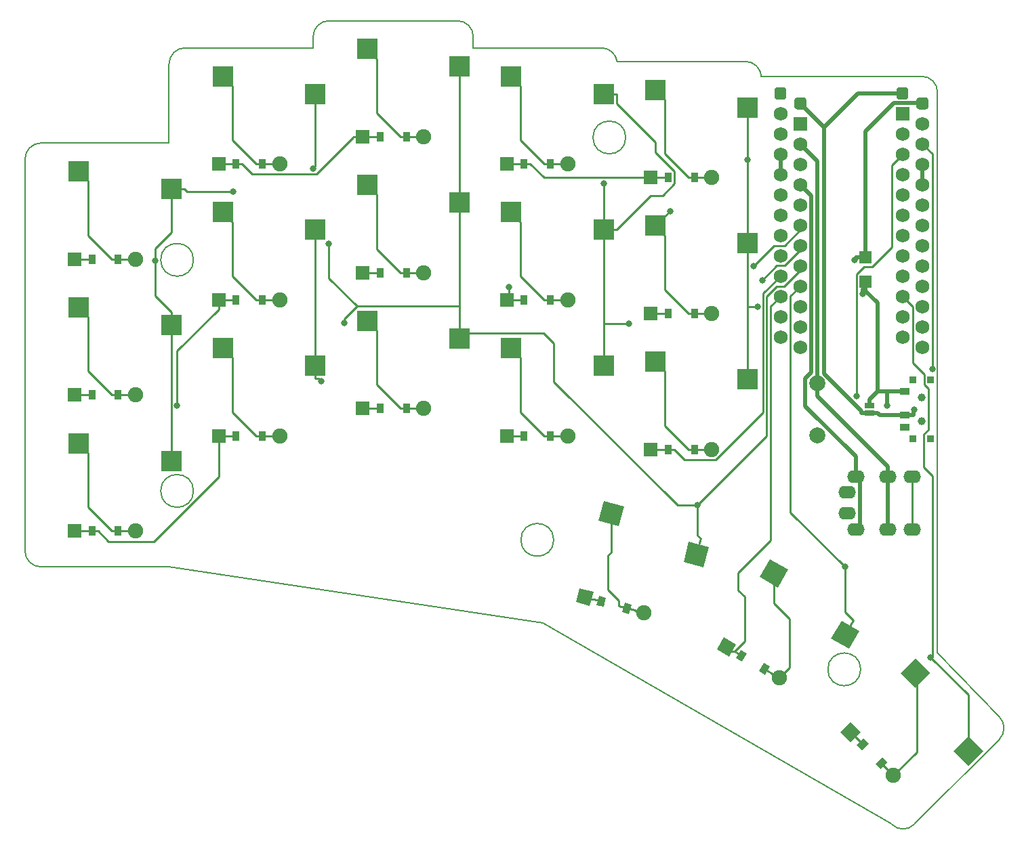
<source format=gbr>
G04 #@! TF.GenerationSoftware,KiCad,Pcbnew,5.1.5+dfsg1-2build2*
G04 #@! TF.CreationDate,2021-11-13T16:54:46+00:00*
G04 #@! TF.ProjectId,board,626f6172-642e-46b6-9963-61645f706362,VERSION_HERE*
G04 #@! TF.SameCoordinates,Original*
G04 #@! TF.FileFunction,Copper,L2,Bot*
G04 #@! TF.FilePolarity,Positive*
%FSLAX46Y46*%
G04 Gerber Fmt 4.6, Leading zero omitted, Abs format (unit mm)*
G04 Created by KiCad (PCBNEW 5.1.5+dfsg1-2build2) date 2021-11-13 16:54:46*
%MOMM*%
%LPD*%
G04 APERTURE LIST*
G04 #@! TA.AperFunction,Profile*
%ADD10C,0.150000*%
G04 #@! TD*
G04 #@! TA.AperFunction,SMDPad,CuDef*
%ADD11R,2.600000X2.600000*%
G04 #@! TD*
G04 #@! TA.AperFunction,SMDPad,CuDef*
%ADD12R,0.900000X1.200000*%
G04 #@! TD*
G04 #@! TA.AperFunction,ComponentPad*
%ADD13C,1.905000*%
G04 #@! TD*
G04 #@! TA.AperFunction,ComponentPad*
%ADD14R,1.778000X1.778000*%
G04 #@! TD*
G04 #@! TA.AperFunction,SMDPad,CuDef*
%ADD15C,0.350000*%
G04 #@! TD*
G04 #@! TA.AperFunction,ComponentPad*
%ADD16C,0.350000*%
G04 #@! TD*
G04 #@! TA.AperFunction,ComponentPad*
%ADD17R,1.752600X1.752600*%
G04 #@! TD*
G04 #@! TA.AperFunction,ComponentPad*
%ADD18C,1.752600*%
G04 #@! TD*
G04 #@! TA.AperFunction,SMDPad,CuDef*
%ADD19R,1.500000X1.500000*%
G04 #@! TD*
G04 #@! TA.AperFunction,ComponentPad*
%ADD20O,2.200000X1.600000*%
G04 #@! TD*
G04 #@! TA.AperFunction,SMDPad,CuDef*
%ADD21R,1.143000X0.635000*%
G04 #@! TD*
G04 #@! TA.AperFunction,WasherPad*
%ADD22C,1.000000*%
G04 #@! TD*
G04 #@! TA.AperFunction,SMDPad,CuDef*
%ADD23R,1.250000X0.900000*%
G04 #@! TD*
G04 #@! TA.AperFunction,SMDPad,CuDef*
%ADD24R,0.900000X0.900000*%
G04 #@! TD*
G04 #@! TA.AperFunction,ComponentPad*
%ADD25C,2.000000*%
G04 #@! TD*
G04 #@! TA.AperFunction,ViaPad*
%ADD26C,0.800000*%
G04 #@! TD*
G04 #@! TA.AperFunction,Conductor*
%ADD27C,0.250000*%
G04 #@! TD*
G04 #@! TA.AperFunction,Conductor*
%ADD28C,0.500000*%
G04 #@! TD*
G04 APERTURE END LIST*
D10*
X10000000Y-9500000D02*
X26000000Y-9500000D01*
X8000000Y-7500000D02*
X8000000Y41500000D01*
X10000000Y-9500000D02*
G75*
G02X8000000Y-7500000I0J2000000D01*
G01*
X26000000Y43500000D02*
X10000000Y43500000D01*
X8000000Y41500000D02*
G75*
G02X10000000Y43500000I2000000J0D01*
G01*
X44000000Y55400000D02*
X28000000Y55400000D01*
X26000000Y53400000D02*
G75*
G02X28000000Y55400000I2000000J0D01*
G01*
X26000000Y53400000D02*
X26000000Y43500000D01*
X64000000Y55400000D02*
X64000000Y56800000D01*
X62000000Y58800000D02*
G75*
G02X64000000Y56800000I0J-2000000D01*
G01*
X62000000Y58800000D02*
X46000000Y58800000D01*
X44000000Y56800000D02*
G75*
G02X46000000Y58800000I2000000J0D01*
G01*
X44000000Y56800000D02*
X44000000Y55400000D01*
X80000000Y55400000D02*
G75*
G02X81977391Y53699872I0J-2000000D01*
G01*
X80000000Y55400000D02*
X64000000Y55400000D01*
X98000000Y53700000D02*
G75*
G02X99994367Y51850000I0J-2000000D01*
G01*
X98000000Y53700000D02*
X82000000Y53700000D01*
X81977391Y53699872D02*
G75*
G02X82000000Y53700000I22609J-1999872D01*
G01*
X119117258Y-41686664D02*
G75*
G02X116288831Y-41686665I-1414214J1414213D01*
G01*
X119117258Y-41686665D02*
X129723860Y-31080063D01*
X129723859Y-28251636D02*
G75*
G02X129723860Y-31080063I-1414213J-1414214D01*
G01*
X122000000Y-20208734D02*
X129723860Y-28251636D01*
X116288831Y-41686665D02*
X72707107Y-16524745D01*
X72707107Y-16524745D02*
X26000000Y-9500000D01*
X122000000Y-20208734D02*
X122000000Y49850000D01*
X120000000Y51850000D02*
G75*
G02X122000000Y49850000I0J-2000000D01*
G01*
X120000000Y51850000D02*
X99994367Y51850000D01*
X29050000Y28900000D02*
G75*
G03X29050000Y28900000I-2050000J0D01*
G01*
X29050000Y0D02*
G75*
G03X29050000Y0I-2050000J0D01*
G01*
X83050000Y44200000D02*
G75*
G03X83050000Y44200000I-2050000J0D01*
G01*
X74050000Y-6120000D02*
G75*
G03X74050000Y-6120000I-2050000J0D01*
G01*
X112399134Y-22311939D02*
G75*
G03X112399134Y-22311939I-2050000J0D01*
G01*
D11*
G04 #@! TO.P,S1,1*
G04 #@! TO.N,pinky_bottom*
X14725000Y5950000D03*
G04 #@! TO.P,S1,2*
G04 #@! TO.N,P20*
X26275000Y3750000D03*
G04 #@! TD*
D12*
G04 #@! TO.P,D1,2*
G04 #@! TO.N,pinky_bottom*
X19650000Y-5000000D03*
G04 #@! TO.P,D1,1*
G04 #@! TO.N,P6*
X16350000Y-5000000D03*
D13*
G04 #@! TO.N,pinky_bottom*
X21810000Y-5000000D03*
D14*
G04 #@! TO.P,D1,2*
G04 #@! TO.N,P6*
X14190000Y-5000000D03*
G04 #@! TD*
D11*
G04 #@! TO.P,S2,1*
G04 #@! TO.N,pinky_home*
X14725000Y22950000D03*
G04 #@! TO.P,S2,2*
G04 #@! TO.N,P20*
X26275000Y20750000D03*
G04 #@! TD*
D12*
G04 #@! TO.P,D2,2*
G04 #@! TO.N,pinky_home*
X19650000Y12000000D03*
G04 #@! TO.P,D2,1*
G04 #@! TO.N,P5*
X16350000Y12000000D03*
D13*
G04 #@! TO.N,pinky_home*
X21810000Y12000000D03*
D14*
G04 #@! TO.P,D2,2*
G04 #@! TO.N,P5*
X14190000Y12000000D03*
G04 #@! TD*
D11*
G04 #@! TO.P,S3,1*
G04 #@! TO.N,pinky_top*
X14725000Y39950000D03*
G04 #@! TO.P,S3,2*
G04 #@! TO.N,P20*
X26275000Y37750000D03*
G04 #@! TD*
D12*
G04 #@! TO.P,D3,2*
G04 #@! TO.N,pinky_top*
X19650000Y29000000D03*
G04 #@! TO.P,D3,1*
G04 #@! TO.N,P4*
X16350000Y29000000D03*
D13*
G04 #@! TO.N,pinky_top*
X21810000Y29000000D03*
D14*
G04 #@! TO.P,D3,2*
G04 #@! TO.N,P4*
X14190000Y29000000D03*
G04 #@! TD*
D11*
G04 #@! TO.P,S4,1*
G04 #@! TO.N,ring_bottom*
X32725000Y17850000D03*
G04 #@! TO.P,S4,2*
G04 #@! TO.N,P19*
X44275000Y15650000D03*
G04 #@! TD*
D12*
G04 #@! TO.P,D4,2*
G04 #@! TO.N,ring_bottom*
X37650000Y6900000D03*
G04 #@! TO.P,D4,1*
G04 #@! TO.N,P6*
X34350000Y6900000D03*
D13*
G04 #@! TO.N,ring_bottom*
X39810000Y6900000D03*
D14*
G04 #@! TO.P,D4,2*
G04 #@! TO.N,P6*
X32190000Y6900000D03*
G04 #@! TD*
D11*
G04 #@! TO.P,S5,1*
G04 #@! TO.N,ring_home*
X32725000Y34850000D03*
G04 #@! TO.P,S5,2*
G04 #@! TO.N,P19*
X44275000Y32650000D03*
G04 #@! TD*
D12*
G04 #@! TO.P,D5,2*
G04 #@! TO.N,ring_home*
X37650000Y23900000D03*
G04 #@! TO.P,D5,1*
G04 #@! TO.N,P5*
X34350000Y23900000D03*
D13*
G04 #@! TO.N,ring_home*
X39810000Y23900000D03*
D14*
G04 #@! TO.P,D5,2*
G04 #@! TO.N,P5*
X32190000Y23900000D03*
G04 #@! TD*
D11*
G04 #@! TO.P,S6,1*
G04 #@! TO.N,ring_top*
X32725000Y51850000D03*
G04 #@! TO.P,S6,2*
G04 #@! TO.N,P19*
X44275000Y49650000D03*
G04 #@! TD*
D12*
G04 #@! TO.P,D6,2*
G04 #@! TO.N,ring_top*
X37650000Y40900000D03*
G04 #@! TO.P,D6,1*
G04 #@! TO.N,P4*
X34350000Y40900000D03*
D13*
G04 #@! TO.N,ring_top*
X39810000Y40900000D03*
D14*
G04 #@! TO.P,D6,2*
G04 #@! TO.N,P4*
X32190000Y40900000D03*
G04 #@! TD*
D11*
G04 #@! TO.P,S7,1*
G04 #@! TO.N,middle_bottom*
X50725000Y21250000D03*
G04 #@! TO.P,S7,2*
G04 #@! TO.N,P18*
X62275000Y19050000D03*
G04 #@! TD*
D12*
G04 #@! TO.P,D7,2*
G04 #@! TO.N,middle_bottom*
X55650000Y10300000D03*
G04 #@! TO.P,D7,1*
G04 #@! TO.N,P6*
X52350000Y10300000D03*
D13*
G04 #@! TO.N,middle_bottom*
X57810000Y10300000D03*
D14*
G04 #@! TO.P,D7,2*
G04 #@! TO.N,P6*
X50190000Y10300000D03*
G04 #@! TD*
D11*
G04 #@! TO.P,S8,1*
G04 #@! TO.N,middle_home*
X50725000Y38250000D03*
G04 #@! TO.P,S8,2*
G04 #@! TO.N,P18*
X62275000Y36050000D03*
G04 #@! TD*
D12*
G04 #@! TO.P,D8,2*
G04 #@! TO.N,middle_home*
X55650000Y27300000D03*
G04 #@! TO.P,D8,1*
G04 #@! TO.N,P5*
X52350000Y27300000D03*
D13*
G04 #@! TO.N,middle_home*
X57810000Y27300000D03*
D14*
G04 #@! TO.P,D8,2*
G04 #@! TO.N,P5*
X50190000Y27300000D03*
G04 #@! TD*
D11*
G04 #@! TO.P,S9,1*
G04 #@! TO.N,middle_top*
X50725000Y55250000D03*
G04 #@! TO.P,S9,2*
G04 #@! TO.N,P18*
X62275000Y53050000D03*
G04 #@! TD*
D12*
G04 #@! TO.P,D9,2*
G04 #@! TO.N,middle_top*
X55650000Y44300000D03*
G04 #@! TO.P,D9,1*
G04 #@! TO.N,P4*
X52350000Y44300000D03*
D13*
G04 #@! TO.N,middle_top*
X57810000Y44300000D03*
D14*
G04 #@! TO.P,D9,2*
G04 #@! TO.N,P4*
X50190000Y44300000D03*
G04 #@! TD*
D11*
G04 #@! TO.P,S10,1*
G04 #@! TO.N,index_bottom*
X68725000Y17850000D03*
G04 #@! TO.P,S10,2*
G04 #@! TO.N,P15*
X80275000Y15650000D03*
G04 #@! TD*
D12*
G04 #@! TO.P,D10,2*
G04 #@! TO.N,index_bottom*
X73650000Y6900000D03*
G04 #@! TO.P,D10,1*
G04 #@! TO.N,P6*
X70350000Y6900000D03*
D13*
G04 #@! TO.N,index_bottom*
X75810000Y6900000D03*
D14*
G04 #@! TO.P,D10,2*
G04 #@! TO.N,P6*
X68190000Y6900000D03*
G04 #@! TD*
D11*
G04 #@! TO.P,S11,1*
G04 #@! TO.N,index_home*
X68725000Y34850000D03*
G04 #@! TO.P,S11,2*
G04 #@! TO.N,P15*
X80275000Y32650000D03*
G04 #@! TD*
D12*
G04 #@! TO.P,D11,2*
G04 #@! TO.N,index_home*
X73650000Y23900000D03*
G04 #@! TO.P,D11,1*
G04 #@! TO.N,P5*
X70350000Y23900000D03*
D13*
G04 #@! TO.N,index_home*
X75810000Y23900000D03*
D14*
G04 #@! TO.P,D11,2*
G04 #@! TO.N,P5*
X68190000Y23900000D03*
G04 #@! TD*
D11*
G04 #@! TO.P,S12,1*
G04 #@! TO.N,index_top*
X68725000Y51850000D03*
G04 #@! TO.P,S12,2*
G04 #@! TO.N,P15*
X80275000Y49650000D03*
G04 #@! TD*
D12*
G04 #@! TO.P,D12,2*
G04 #@! TO.N,index_top*
X73650000Y40900000D03*
G04 #@! TO.P,D12,1*
G04 #@! TO.N,P4*
X70350000Y40900000D03*
D13*
G04 #@! TO.N,index_top*
X75810000Y40900000D03*
D14*
G04 #@! TO.P,D12,2*
G04 #@! TO.N,P4*
X68190000Y40900000D03*
G04 #@! TD*
D11*
G04 #@! TO.P,S13,1*
G04 #@! TO.N,inner_bottom*
X86725000Y16150000D03*
G04 #@! TO.P,S13,2*
G04 #@! TO.N,P14*
X98275000Y13950000D03*
G04 #@! TD*
D12*
G04 #@! TO.P,D13,2*
G04 #@! TO.N,inner_bottom*
X91650000Y5200000D03*
G04 #@! TO.P,D13,1*
G04 #@! TO.N,P6*
X88350000Y5200000D03*
D13*
G04 #@! TO.N,inner_bottom*
X93810000Y5200000D03*
D14*
G04 #@! TO.P,D13,2*
G04 #@! TO.N,P6*
X86190000Y5200000D03*
G04 #@! TD*
D11*
G04 #@! TO.P,S14,1*
G04 #@! TO.N,inner_home*
X86725000Y33150000D03*
G04 #@! TO.P,S14,2*
G04 #@! TO.N,P14*
X98275000Y30950000D03*
G04 #@! TD*
D12*
G04 #@! TO.P,D14,2*
G04 #@! TO.N,inner_home*
X91650000Y22200000D03*
G04 #@! TO.P,D14,1*
G04 #@! TO.N,P5*
X88350000Y22200000D03*
D13*
G04 #@! TO.N,inner_home*
X93810000Y22200000D03*
D14*
G04 #@! TO.P,D14,2*
G04 #@! TO.N,P5*
X86190000Y22200000D03*
G04 #@! TD*
D11*
G04 #@! TO.P,S15,1*
G04 #@! TO.N,inner_top*
X86725000Y50150000D03*
G04 #@! TO.P,S15,2*
G04 #@! TO.N,P14*
X98275000Y47950000D03*
G04 #@! TD*
D12*
G04 #@! TO.P,D15,2*
G04 #@! TO.N,inner_top*
X91650000Y39200000D03*
G04 #@! TO.P,D15,1*
G04 #@! TO.N,P4*
X88350000Y39200000D03*
D13*
G04 #@! TO.N,inner_top*
X93810000Y39200000D03*
D14*
G04 #@! TO.P,D15,2*
G04 #@! TO.N,P4*
X86190000Y39200000D03*
G04 #@! TD*
G04 #@! TA.AperFunction,SMDPad,CuDef*
D15*
G04 #@! TO.P,S16,1*
G04 #@! TO.N,near_thumb*
G36*
X79677698Y-3743348D02*
G01*
X80350627Y-1231941D01*
X82862034Y-1904870D01*
X82189105Y-4416277D01*
X79677698Y-3743348D01*
G37*
G04 #@! TD.AperFunction*
G04 #@! TA.AperFunction,SMDPad,CuDef*
G04 #@! TO.P,S16,2*
G04 #@! TO.N,P18*
G36*
X90264740Y-8857745D02*
G01*
X90937669Y-6346338D01*
X93449076Y-7019267D01*
X92776147Y-9530674D01*
X90264740Y-8857745D01*
G37*
G04 #@! TD.AperFunction*
G04 #@! TD*
G04 #@! TA.AperFunction,SMDPad,CuDef*
G04 #@! TO.P,D16,2*
G04 #@! TO.N,near_thumb*
G36*
X82603020Y-15138737D02*
G01*
X82913603Y-13979626D01*
X83782936Y-14212563D01*
X83472353Y-15371674D01*
X82603020Y-15138737D01*
G37*
G04 #@! TD.AperFunction*
G04 #@! TA.AperFunction,SMDPad,CuDef*
G04 #@! TO.P,D16,1*
G04 #@! TO.N,P7*
G36*
X79415464Y-14284637D02*
G01*
X79726047Y-13125526D01*
X80595380Y-13358463D01*
X80284797Y-14517574D01*
X79415464Y-14284637D01*
G37*
G04 #@! TD.AperFunction*
D13*
G04 #@! TO.N,near_thumb*
X85279377Y-15234702D03*
G04 #@! TA.AperFunction,ComponentPad*
D16*
G04 #@! TO.P,D16,2*
G04 #@! TO.N,P7*
G36*
X76830225Y-13891116D02*
G01*
X77290405Y-12173700D01*
X79007821Y-12633880D01*
X78547641Y-14351296D01*
X76830225Y-13891116D01*
G37*
G04 #@! TD.AperFunction*
G04 #@! TD*
G04 #@! TA.AperFunction,SMDPad,CuDef*
D15*
G04 #@! TO.P,S17,1*
G04 #@! TO.N,home_thumb*
G36*
X99793934Y-10782982D02*
G01*
X101093934Y-8531316D01*
X103345600Y-9831316D01*
X102045600Y-12082982D01*
X99793934Y-10782982D01*
G37*
G04 #@! TD.AperFunction*
G04 #@! TA.AperFunction,SMDPad,CuDef*
G04 #@! TO.P,S17,2*
G04 #@! TO.N,P15*
G36*
X108696527Y-18463238D02*
G01*
X109996527Y-16211572D01*
X112248193Y-17511572D01*
X110948193Y-19763238D01*
X108696527Y-18463238D01*
G37*
G04 #@! TD.AperFunction*
G04 #@! TD*
G04 #@! TA.AperFunction,SMDPad,CuDef*
G04 #@! TO.P,D17,2*
G04 #@! TO.N,home_thumb*
G36*
X99670131Y-22547315D02*
G01*
X100270131Y-21508085D01*
X101049553Y-21958085D01*
X100449553Y-22997315D01*
X99670131Y-22547315D01*
G37*
G04 #@! TD.AperFunction*
G04 #@! TA.AperFunction,SMDPad,CuDef*
G04 #@! TO.P,D17,1*
G04 #@! TO.N,P7*
G36*
X96812247Y-20897315D02*
G01*
X97412247Y-19858085D01*
X98191669Y-20308085D01*
X97591669Y-21347315D01*
X96812247Y-20897315D01*
G37*
G04 #@! TD.AperFunction*
D13*
G04 #@! TO.N,home_thumb*
X102230457Y-23332700D03*
G04 #@! TA.AperFunction,ComponentPad*
D16*
G04 #@! TO.P,D17,2*
G04 #@! TO.N,P7*
G36*
X94416946Y-19848097D02*
G01*
X95305946Y-18308303D01*
X96845740Y-19197303D01*
X95956740Y-20737097D01*
X94416946Y-19848097D01*
G37*
G04 #@! TD.AperFunction*
G04 #@! TD*
G04 #@! TA.AperFunction,SMDPad,CuDef*
D15*
G04 #@! TO.P,S18,1*
G04 #@! TO.N,far_thumb*
G36*
X117402033Y-22789240D02*
G01*
X119240511Y-20950762D01*
X121078989Y-22789240D01*
X119240511Y-24627718D01*
X117402033Y-22789240D01*
G37*
G04 #@! TD.AperFunction*
G04 #@! TA.AperFunction,SMDPad,CuDef*
G04 #@! TO.P,S18,2*
G04 #@! TO.N,P14*
G36*
X124013481Y-32511958D02*
G01*
X125851959Y-30673480D01*
X127690437Y-32511958D01*
X125851959Y-34350436D01*
X124013481Y-32511958D01*
G37*
G04 #@! TD.AperFunction*
G04 #@! TD*
G04 #@! TA.AperFunction,SMDPad,CuDef*
G04 #@! TO.P,D18,2*
G04 #@! TO.N,far_thumb*
G36*
X114238264Y-34120592D02*
G01*
X115086792Y-33272064D01*
X115723188Y-33908460D01*
X114874660Y-34756988D01*
X114238264Y-34120592D01*
G37*
G04 #@! TD.AperFunction*
G04 #@! TA.AperFunction,SMDPad,CuDef*
G04 #@! TO.P,D18,1*
G04 #@! TO.N,P7*
G36*
X111904812Y-31787140D02*
G01*
X112753340Y-30938612D01*
X113389736Y-31575008D01*
X112541208Y-32423536D01*
X111904812Y-31787140D01*
G37*
G04 #@! TD.AperFunction*
D13*
G04 #@! TO.N,far_thumb*
X116508077Y-35541877D03*
G04 #@! TA.AperFunction,ComponentPad*
D16*
G04 #@! TO.P,D18,2*
G04 #@! TO.N,P7*
G36*
X109862687Y-30153723D02*
G01*
X111119923Y-28896487D01*
X112377159Y-30153723D01*
X111119923Y-31410959D01*
X109862687Y-30153723D01*
G37*
G04 #@! TD.AperFunction*
G04 #@! TD*
D17*
G04 #@! TO.P,MCU1,1*
G04 #@! TO.N,RAW*
X117620000Y47170000D03*
D18*
G04 #@! TO.P,MCU1,2*
G04 #@! TO.N,GND*
X117620000Y44630000D03*
G04 #@! TO.P,MCU1,3*
G04 #@! TO.N,RST*
X117620000Y42090000D03*
G04 #@! TO.P,MCU1,4*
G04 #@! TO.N,VCC*
X117620000Y39550000D03*
G04 #@! TO.P,MCU1,5*
G04 #@! TO.N,P21*
X117620000Y37010000D03*
G04 #@! TO.P,MCU1,6*
G04 #@! TO.N,P20*
X117620000Y34470000D03*
G04 #@! TO.P,MCU1,7*
G04 #@! TO.N,P19*
X117620000Y31930000D03*
G04 #@! TO.P,MCU1,8*
G04 #@! TO.N,P18*
X117620000Y29390000D03*
G04 #@! TO.P,MCU1,9*
G04 #@! TO.N,P15*
X117620000Y26850000D03*
G04 #@! TO.P,MCU1,10*
G04 #@! TO.N,P14*
X117620000Y24310000D03*
G04 #@! TO.P,MCU1,11*
G04 #@! TO.N,P16*
X117620000Y21770000D03*
G04 #@! TO.P,MCU1,12*
G04 #@! TO.N,P10*
X117620000Y19230000D03*
G04 #@! TO.P,MCU1,13*
G04 #@! TO.N,P1*
X102380000Y47170000D03*
G04 #@! TO.P,MCU1,14*
G04 #@! TO.N,P0*
X102380000Y44630000D03*
G04 #@! TO.P,MCU1,15*
G04 #@! TO.N,GND*
X102380000Y42090000D03*
G04 #@! TO.P,MCU1,16*
X102380000Y39550000D03*
G04 #@! TO.P,MCU1,17*
G04 #@! TO.N,P2*
X102380000Y37010000D03*
G04 #@! TO.P,MCU1,18*
G04 #@! TO.N,P3*
X102380000Y34470000D03*
G04 #@! TO.P,MCU1,19*
G04 #@! TO.N,P4*
X102380000Y31930000D03*
G04 #@! TO.P,MCU1,20*
G04 #@! TO.N,P5*
X102380000Y29390000D03*
G04 #@! TO.P,MCU1,21*
G04 #@! TO.N,P6*
X102380000Y26850000D03*
G04 #@! TO.P,MCU1,22*
G04 #@! TO.N,P7*
X102380000Y24310000D03*
G04 #@! TO.P,MCU1,23*
G04 #@! TO.N,P8*
X102380000Y21770000D03*
G04 #@! TO.P,MCU1,24*
G04 #@! TO.N,P9*
X102380000Y19230000D03*
G04 #@! TA.AperFunction,ComponentPad*
D16*
G04 #@! TO.P,MCU1,25*
G04 #@! TO.N,Bplus*
G36*
X118031756Y50458194D02*
G01*
X118068159Y50452794D01*
X118103857Y50443853D01*
X118138506Y50431455D01*
X118171774Y50415720D01*
X118203339Y50396801D01*
X118232897Y50374879D01*
X118260165Y50350165D01*
X118284879Y50322897D01*
X118306801Y50293339D01*
X118325720Y50261774D01*
X118341455Y50228506D01*
X118353853Y50193857D01*
X118362794Y50158159D01*
X118368194Y50121756D01*
X118370000Y50085000D01*
X118370000Y49335000D01*
X118368194Y49298244D01*
X118362794Y49261841D01*
X118353853Y49226143D01*
X118341455Y49191494D01*
X118325720Y49158226D01*
X118306801Y49126661D01*
X118284879Y49097103D01*
X118260165Y49069835D01*
X118232897Y49045121D01*
X118203339Y49023199D01*
X118171774Y49004280D01*
X118138506Y48988545D01*
X118103857Y48976147D01*
X118068159Y48967206D01*
X118031756Y48961806D01*
X117995000Y48960000D01*
X117245000Y48960000D01*
X117208244Y48961806D01*
X117171841Y48967206D01*
X117136143Y48976147D01*
X117101494Y48988545D01*
X117068226Y49004280D01*
X117036661Y49023199D01*
X117007103Y49045121D01*
X116979835Y49069835D01*
X116955121Y49097103D01*
X116933199Y49126661D01*
X116914280Y49158226D01*
X116898545Y49191494D01*
X116886147Y49226143D01*
X116877206Y49261841D01*
X116871806Y49298244D01*
X116870000Y49335000D01*
X116870000Y50085000D01*
X116871806Y50121756D01*
X116877206Y50158159D01*
X116886147Y50193857D01*
X116898545Y50228506D01*
X116914280Y50261774D01*
X116933199Y50293339D01*
X116955121Y50322897D01*
X116979835Y50350165D01*
X117007103Y50374879D01*
X117036661Y50396801D01*
X117068226Y50415720D01*
X117101494Y50431455D01*
X117136143Y50443853D01*
X117171841Y50452794D01*
X117208244Y50458194D01*
X117245000Y50460000D01*
X117995000Y50460000D01*
X118031756Y50458194D01*
G37*
G04 #@! TD.AperFunction*
G04 #@! TA.AperFunction,ComponentPad*
G04 #@! TO.N,Bminus*
G36*
X102791756Y50458194D02*
G01*
X102828159Y50452794D01*
X102863857Y50443853D01*
X102898506Y50431455D01*
X102931774Y50415720D01*
X102963339Y50396801D01*
X102992897Y50374879D01*
X103020165Y50350165D01*
X103044879Y50322897D01*
X103066801Y50293339D01*
X103085720Y50261774D01*
X103101455Y50228506D01*
X103113853Y50193857D01*
X103122794Y50158159D01*
X103128194Y50121756D01*
X103130000Y50085000D01*
X103130000Y49335000D01*
X103128194Y49298244D01*
X103122794Y49261841D01*
X103113853Y49226143D01*
X103101455Y49191494D01*
X103085720Y49158226D01*
X103066801Y49126661D01*
X103044879Y49097103D01*
X103020165Y49069835D01*
X102992897Y49045121D01*
X102963339Y49023199D01*
X102931774Y49004280D01*
X102898506Y48988545D01*
X102863857Y48976147D01*
X102828159Y48967206D01*
X102791756Y48961806D01*
X102755000Y48960000D01*
X102005000Y48960000D01*
X101968244Y48961806D01*
X101931841Y48967206D01*
X101896143Y48976147D01*
X101861494Y48988545D01*
X101828226Y49004280D01*
X101796661Y49023199D01*
X101767103Y49045121D01*
X101739835Y49069835D01*
X101715121Y49097103D01*
X101693199Y49126661D01*
X101674280Y49158226D01*
X101658545Y49191494D01*
X101646147Y49226143D01*
X101637206Y49261841D01*
X101631806Y49298244D01*
X101630000Y49335000D01*
X101630000Y50085000D01*
X101631806Y50121756D01*
X101637206Y50158159D01*
X101646147Y50193857D01*
X101658545Y50228506D01*
X101674280Y50261774D01*
X101693199Y50293339D01*
X101715121Y50322897D01*
X101739835Y50350165D01*
X101767103Y50374879D01*
X101796661Y50396801D01*
X101828226Y50415720D01*
X101861494Y50431455D01*
X101896143Y50443853D01*
X101931841Y50452794D01*
X101968244Y50458194D01*
X102005000Y50460000D01*
X102755000Y50460000D01*
X102791756Y50458194D01*
G37*
G04 #@! TD.AperFunction*
G04 #@! TD*
D17*
G04 #@! TO.P,MCU2,1*
G04 #@! TO.N,RAW*
X104880000Y45920000D03*
D18*
G04 #@! TO.P,MCU2,2*
G04 #@! TO.N,GND*
X104880000Y43380000D03*
G04 #@! TO.P,MCU2,3*
G04 #@! TO.N,RST*
X104880000Y40840000D03*
G04 #@! TO.P,MCU2,4*
G04 #@! TO.N,VCC*
X104880000Y38300000D03*
G04 #@! TO.P,MCU2,5*
G04 #@! TO.N,P21*
X104880000Y35760000D03*
G04 #@! TO.P,MCU2,6*
G04 #@! TO.N,P20*
X104880000Y33220000D03*
G04 #@! TO.P,MCU2,7*
G04 #@! TO.N,P19*
X104880000Y30680000D03*
G04 #@! TO.P,MCU2,8*
G04 #@! TO.N,P18*
X104880000Y28140000D03*
G04 #@! TO.P,MCU2,9*
G04 #@! TO.N,P15*
X104880000Y25600000D03*
G04 #@! TO.P,MCU2,10*
G04 #@! TO.N,P14*
X104880000Y23060000D03*
G04 #@! TO.P,MCU2,11*
G04 #@! TO.N,P16*
X104880000Y20520000D03*
G04 #@! TO.P,MCU2,12*
G04 #@! TO.N,P10*
X104880000Y17980000D03*
G04 #@! TO.P,MCU2,13*
G04 #@! TO.N,P1*
X120120000Y45920000D03*
G04 #@! TO.P,MCU2,14*
G04 #@! TO.N,P0*
X120120000Y43380000D03*
G04 #@! TO.P,MCU2,15*
G04 #@! TO.N,GND*
X120120000Y40840000D03*
G04 #@! TO.P,MCU2,16*
X120120000Y38300000D03*
G04 #@! TO.P,MCU2,17*
G04 #@! TO.N,P2*
X120120000Y35760000D03*
G04 #@! TO.P,MCU2,18*
G04 #@! TO.N,P3*
X120120000Y33220000D03*
G04 #@! TO.P,MCU2,19*
G04 #@! TO.N,P4*
X120120000Y30680000D03*
G04 #@! TO.P,MCU2,20*
G04 #@! TO.N,P5*
X120120000Y28140000D03*
G04 #@! TO.P,MCU2,21*
G04 #@! TO.N,P6*
X120120000Y25600000D03*
G04 #@! TO.P,MCU2,22*
G04 #@! TO.N,P7*
X120120000Y23060000D03*
G04 #@! TO.P,MCU2,23*
G04 #@! TO.N,P8*
X120120000Y20520000D03*
G04 #@! TO.P,MCU2,24*
G04 #@! TO.N,P9*
X120120000Y17980000D03*
G04 #@! TA.AperFunction,ComponentPad*
D16*
G04 #@! TO.P,MCU2,25*
G04 #@! TO.N,Bplus*
G36*
X105291756Y49208194D02*
G01*
X105328159Y49202794D01*
X105363857Y49193853D01*
X105398506Y49181455D01*
X105431774Y49165720D01*
X105463339Y49146801D01*
X105492897Y49124879D01*
X105520165Y49100165D01*
X105544879Y49072897D01*
X105566801Y49043339D01*
X105585720Y49011774D01*
X105601455Y48978506D01*
X105613853Y48943857D01*
X105622794Y48908159D01*
X105628194Y48871756D01*
X105630000Y48835000D01*
X105630000Y48085000D01*
X105628194Y48048244D01*
X105622794Y48011841D01*
X105613853Y47976143D01*
X105601455Y47941494D01*
X105585720Y47908226D01*
X105566801Y47876661D01*
X105544879Y47847103D01*
X105520165Y47819835D01*
X105492897Y47795121D01*
X105463339Y47773199D01*
X105431774Y47754280D01*
X105398506Y47738545D01*
X105363857Y47726147D01*
X105328159Y47717206D01*
X105291756Y47711806D01*
X105255000Y47710000D01*
X104505000Y47710000D01*
X104468244Y47711806D01*
X104431841Y47717206D01*
X104396143Y47726147D01*
X104361494Y47738545D01*
X104328226Y47754280D01*
X104296661Y47773199D01*
X104267103Y47795121D01*
X104239835Y47819835D01*
X104215121Y47847103D01*
X104193199Y47876661D01*
X104174280Y47908226D01*
X104158545Y47941494D01*
X104146147Y47976143D01*
X104137206Y48011841D01*
X104131806Y48048244D01*
X104130000Y48085000D01*
X104130000Y48835000D01*
X104131806Y48871756D01*
X104137206Y48908159D01*
X104146147Y48943857D01*
X104158545Y48978506D01*
X104174280Y49011774D01*
X104193199Y49043339D01*
X104215121Y49072897D01*
X104239835Y49100165D01*
X104267103Y49124879D01*
X104296661Y49146801D01*
X104328226Y49165720D01*
X104361494Y49181455D01*
X104396143Y49193853D01*
X104431841Y49202794D01*
X104468244Y49208194D01*
X104505000Y49210000D01*
X105255000Y49210000D01*
X105291756Y49208194D01*
G37*
G04 #@! TD.AperFunction*
G04 #@! TA.AperFunction,ComponentPad*
G04 #@! TO.N,Bminus*
G36*
X120531756Y49208194D02*
G01*
X120568159Y49202794D01*
X120603857Y49193853D01*
X120638506Y49181455D01*
X120671774Y49165720D01*
X120703339Y49146801D01*
X120732897Y49124879D01*
X120760165Y49100165D01*
X120784879Y49072897D01*
X120806801Y49043339D01*
X120825720Y49011774D01*
X120841455Y48978506D01*
X120853853Y48943857D01*
X120862794Y48908159D01*
X120868194Y48871756D01*
X120870000Y48835000D01*
X120870000Y48085000D01*
X120868194Y48048244D01*
X120862794Y48011841D01*
X120853853Y47976143D01*
X120841455Y47941494D01*
X120825720Y47908226D01*
X120806801Y47876661D01*
X120784879Y47847103D01*
X120760165Y47819835D01*
X120732897Y47795121D01*
X120703339Y47773199D01*
X120671774Y47754280D01*
X120638506Y47738545D01*
X120603857Y47726147D01*
X120568159Y47717206D01*
X120531756Y47711806D01*
X120495000Y47710000D01*
X119745000Y47710000D01*
X119708244Y47711806D01*
X119671841Y47717206D01*
X119636143Y47726147D01*
X119601494Y47738545D01*
X119568226Y47754280D01*
X119536661Y47773199D01*
X119507103Y47795121D01*
X119479835Y47819835D01*
X119455121Y47847103D01*
X119433199Y47876661D01*
X119414280Y47908226D01*
X119398545Y47941494D01*
X119386147Y47976143D01*
X119377206Y48011841D01*
X119371806Y48048244D01*
X119370000Y48085000D01*
X119370000Y48835000D01*
X119371806Y48871756D01*
X119377206Y48908159D01*
X119386147Y48943857D01*
X119398545Y48978506D01*
X119414280Y49011774D01*
X119433199Y49043339D01*
X119455121Y49072897D01*
X119479835Y49100165D01*
X119507103Y49124879D01*
X119536661Y49146801D01*
X119568226Y49165720D01*
X119601494Y49181455D01*
X119636143Y49193853D01*
X119671841Y49202794D01*
X119708244Y49208194D01*
X119745000Y49210000D01*
X120495000Y49210000D01*
X120531756Y49208194D01*
G37*
G04 #@! TD.AperFunction*
G04 #@! TD*
D19*
G04 #@! TO.P,PAD1,1*
G04 #@! TO.N,Braw*
X113000000Y26200000D03*
G04 #@! TD*
G04 #@! TO.P,PAD2,1*
G04 #@! TO.N,Bminus*
X113000000Y29200000D03*
G04 #@! TD*
D20*
G04 #@! TO.P,TRRS1,1*
G04 #@! TO.N,N/C*
X110700000Y-200000D03*
G04 #@! TO.P,TRRS1,2*
G04 #@! TO.N,VCC*
X111800000Y-4800000D03*
G04 #@! TO.P,TRRS1,3*
G04 #@! TO.N,GND*
X115800000Y-4800000D03*
G04 #@! TO.P,TRRS1,4*
G04 #@! TO.N,P0*
X118800000Y-4800000D03*
G04 #@! TD*
G04 #@! TO.P,TRRS2,1*
G04 #@! TO.N,N/C*
X110700000Y-2800000D03*
G04 #@! TO.P,TRRS2,2*
G04 #@! TO.N,VCC*
X111800000Y1800000D03*
G04 #@! TO.P,TRRS2,3*
G04 #@! TO.N,GND*
X115800000Y1800000D03*
G04 #@! TO.P,TRRS2,4*
G04 #@! TO.N,P0*
X118800000Y1800000D03*
G04 #@! TD*
D21*
G04 #@! TO.P,J1,1*
G04 #@! TO.N,Braw*
X113500000Y10700380D03*
G04 #@! TO.P,J1,2*
G04 #@! TO.N,Bplus*
X113500000Y9699620D03*
G04 #@! TD*
D22*
G04 #@! TO.P,T1,*
G04 #@! TO.N,*
X120000000Y8700000D03*
X120000000Y11700000D03*
G04 #@! TD*
G04 #@! TO.P,T2,*
G04 #@! TO.N,*
X120000000Y8700000D03*
X120000000Y11700000D03*
D23*
G04 #@! TO.P,T2,1*
G04 #@! TO.N,Braw*
X117925000Y12450000D03*
G04 #@! TO.P,T2,2*
G04 #@! TO.N,Bplus*
X117925000Y9450000D03*
G04 #@! TO.P,T2,3*
G04 #@! TO.N,N/C*
X117925000Y7950000D03*
D24*
G04 #@! TO.P,T2,*
G04 #@! TO.N,*
X121100000Y6500000D03*
X118900000Y6500000D03*
X118900000Y13900000D03*
X121100000Y13900000D03*
G04 #@! TD*
D25*
G04 #@! TO.P,B1,2*
G04 #@! TO.N,GND*
X107000000Y13450000D03*
G04 #@! TO.P,B1,1*
G04 #@! TO.N,RST*
X107000000Y6950000D03*
G04 #@! TD*
D26*
G04 #@! TO.N,P20*
X33988600Y37403000D03*
X99028800Y28127800D03*
X24269800Y28792900D03*
G04 #@! TO.N,P5*
X27000000Y10711700D03*
X68488400Y25524500D03*
G04 #@! TO.N,P19*
X44029400Y40343800D03*
X44969100Y13729400D03*
X100107700Y26351300D03*
G04 #@! TO.N,P18*
X45978000Y30867100D03*
X47898500Y20964800D03*
X92019800Y-1797300D03*
G04 #@! TO.N,P15*
X80275000Y38463700D03*
X83470000Y20907600D03*
X110472400Y-9514600D03*
G04 #@! TO.N,P14*
X99495200Y23004800D03*
X98275000Y41372200D03*
X121164200Y-20809300D03*
G04 #@! TO.N,inner_home*
X88573200Y34998200D03*
G04 #@! TO.N,RST*
X111891700Y11822400D03*
G04 #@! TO.N,P0*
X121339000Y15229000D03*
G04 #@! TO.N,Bplus*
X119116600Y10200000D03*
G04 #@! TO.N,Bminus*
X111600200Y28844700D03*
G04 #@! TO.N,Braw*
X115682000Y10700400D03*
X112628000Y24647100D03*
G04 #@! TD*
D27*
G04 #@! TO.N,pinky_bottom*
X19650000Y-5000000D02*
X18874700Y-5000000D01*
X18874700Y-5000000D02*
X15921700Y-2047000D01*
X15921700Y-2047000D02*
X15921700Y4753300D01*
X15921700Y4753300D02*
X14725000Y5950000D01*
X21810000Y-5000000D02*
X19650000Y-5000000D01*
G04 #@! TO.N,P20*
X26275000Y37750000D02*
X27900300Y37750000D01*
X104880000Y33220000D02*
X104880000Y32655500D01*
X104880000Y32655500D02*
X102884500Y30660000D01*
X102884500Y30660000D02*
X101561000Y30660000D01*
X101561000Y30660000D02*
X99028800Y28127800D01*
X33988600Y37403000D02*
X28247300Y37403000D01*
X28247300Y37403000D02*
X27900300Y37750000D01*
X26275000Y3750000D02*
X26275000Y5375300D01*
X26275000Y20750000D02*
X26275000Y19124700D01*
X26275000Y19124700D02*
X26274700Y19124400D01*
X26274700Y19124400D02*
X26274700Y5375600D01*
X26274700Y5375600D02*
X26275000Y5375300D01*
X24269800Y28792900D02*
X24269800Y24380500D01*
X24269800Y24380500D02*
X26275000Y22375300D01*
X26275000Y37750000D02*
X26275000Y32302900D01*
X26275000Y32302900D02*
X24269800Y30297700D01*
X24269800Y30297700D02*
X24269800Y28792900D01*
X26275000Y21256000D02*
X26275000Y20750000D01*
X26275000Y21256000D02*
X26275000Y22375300D01*
G04 #@! TO.N,P6*
X32190000Y6900000D02*
X32190000Y1794000D01*
X32190000Y1794000D02*
X24058700Y-6337300D01*
X24058700Y-6337300D02*
X18462600Y-6337300D01*
X18462600Y-6337300D02*
X17125300Y-5000000D01*
X16350000Y-5000000D02*
X17125300Y-5000000D01*
X34350000Y6900000D02*
X32190000Y6900000D01*
X102380000Y26850000D02*
X100220600Y24690600D01*
X100220600Y24690600D02*
X100220600Y9803300D01*
X100220600Y9803300D02*
X94325500Y3908200D01*
X94325500Y3908200D02*
X90417100Y3908200D01*
X90417100Y3908200D02*
X89125300Y5200000D01*
X88350000Y5200000D02*
X89125300Y5200000D01*
X88350000Y5200000D02*
X86190000Y5200000D01*
X16350000Y-5000000D02*
X14190000Y-5000000D01*
X52350000Y10300000D02*
X50190000Y10300000D01*
X70350000Y6900000D02*
X68190000Y6900000D01*
G04 #@! TO.N,pinky_home*
X19650000Y12000000D02*
X18874700Y12000000D01*
X18874700Y12000000D02*
X15921700Y14953000D01*
X15921700Y14953000D02*
X15921700Y21753300D01*
X15921700Y21753300D02*
X14725000Y22950000D01*
X21810000Y12000000D02*
X19650000Y12000000D01*
G04 #@! TO.N,P5*
X68488400Y23900000D02*
X68488400Y25524500D01*
X32190000Y22685700D02*
X27000000Y17495700D01*
X27000000Y17495700D02*
X27000000Y10711700D01*
X32190000Y23900000D02*
X32190000Y22685700D01*
X34350000Y23900000D02*
X32190000Y23900000D01*
X68488400Y23900000D02*
X68190000Y23900000D01*
X70350000Y23900000D02*
X68488400Y23900000D01*
X16350000Y12000000D02*
X14190000Y12000000D01*
X52350000Y27300000D02*
X50190000Y27300000D01*
X88350000Y22200000D02*
X86190000Y22200000D01*
G04 #@! TO.N,pinky_top*
X19650000Y29000000D02*
X18874700Y29000000D01*
X18874700Y29000000D02*
X15921700Y31953000D01*
X15921700Y31953000D02*
X15921700Y38753300D01*
X15921700Y38753300D02*
X14725000Y39950000D01*
X21810000Y29000000D02*
X19650000Y29000000D01*
G04 #@! TO.N,P4*
X35125300Y40900000D02*
X36413800Y39611500D01*
X36413800Y39611500D02*
X44411300Y39611500D01*
X44411300Y39611500D02*
X48975700Y44175900D01*
X48975700Y44175900D02*
X48975700Y44300000D01*
X70350000Y40900000D02*
X71125300Y40900000D01*
X86190000Y39200000D02*
X72825300Y39200000D01*
X72825300Y39200000D02*
X71125300Y40900000D01*
X88350000Y39200000D02*
X86190000Y39200000D01*
X34350000Y40900000D02*
X35125300Y40900000D01*
X50190000Y44300000D02*
X48975700Y44300000D01*
X52350000Y44300000D02*
X50190000Y44300000D01*
X16350000Y29000000D02*
X14190000Y29000000D01*
X34350000Y40900000D02*
X32190000Y40900000D01*
X70350000Y40900000D02*
X68190000Y40900000D01*
G04 #@! TO.N,ring_bottom*
X37650000Y6900000D02*
X36874700Y6900000D01*
X36874700Y6900000D02*
X33921700Y9853000D01*
X33921700Y9853000D02*
X33921700Y16653300D01*
X33921700Y16653300D02*
X32725000Y17850000D01*
X39810000Y6900000D02*
X37650000Y6900000D01*
G04 #@! TO.N,P19*
X44275000Y49650000D02*
X44275000Y40589400D01*
X44275000Y40589400D02*
X44029400Y40343800D01*
X44275000Y15650000D02*
X44275000Y14024700D01*
X44969100Y13729400D02*
X44673800Y14024700D01*
X44673800Y14024700D02*
X44275000Y14024700D01*
X104880000Y30680000D02*
X104880000Y30115500D01*
X104880000Y30115500D02*
X102952800Y28188300D01*
X102952800Y28188300D02*
X101944700Y28188300D01*
X101944700Y28188300D02*
X100107700Y26351300D01*
X44275000Y32650000D02*
X44275000Y15650000D01*
G04 #@! TO.N,ring_home*
X37650000Y23900000D02*
X36874700Y23900000D01*
X36874700Y23900000D02*
X33921700Y26853000D01*
X33921700Y26853000D02*
X33921700Y33653300D01*
X33921700Y33653300D02*
X32725000Y34850000D01*
X39810000Y23900000D02*
X37650000Y23900000D01*
G04 #@! TO.N,ring_top*
X37650000Y40900000D02*
X36874700Y40900000D01*
X36874700Y40900000D02*
X33921700Y43853000D01*
X33921700Y43853000D02*
X33921700Y50653300D01*
X33921700Y50653300D02*
X32725000Y51850000D01*
X39810000Y40900000D02*
X37650000Y40900000D01*
G04 #@! TO.N,middle_bottom*
X55650000Y10300000D02*
X54874700Y10300000D01*
X54874700Y10300000D02*
X51921700Y13253000D01*
X51921700Y13253000D02*
X51921700Y20053300D01*
X51921700Y20053300D02*
X50725000Y21250000D01*
X57810000Y10300000D02*
X55650000Y10300000D01*
G04 #@! TO.N,P18*
X49477600Y23087400D02*
X45978000Y26587000D01*
X45978000Y26587000D02*
X45978000Y30867100D01*
X49477600Y23087400D02*
X47898500Y21508300D01*
X47898500Y21508300D02*
X47898500Y20964800D01*
X62275000Y23087400D02*
X49477600Y23087400D01*
X62275000Y23087400D02*
X62275000Y19724800D01*
X62275000Y36050000D02*
X62275000Y23087400D01*
X104880000Y28140000D02*
X104880000Y27587100D01*
X104880000Y27587100D02*
X102872900Y25580000D01*
X102872900Y25580000D02*
X101914700Y25580000D01*
X101914700Y25580000D02*
X100670900Y24336200D01*
X100670900Y24336200D02*
X100670900Y6853800D01*
X100670900Y6853800D02*
X92019800Y-1797300D01*
X62275000Y19724800D02*
X62275000Y19050000D01*
X62275000Y19724800D02*
X72762200Y19724800D01*
X72762200Y19724800D02*
X74043900Y18443100D01*
X74043900Y18443100D02*
X74043900Y13661000D01*
X74043900Y13661000D02*
X89502200Y-1797300D01*
X89502200Y-1797300D02*
X92019800Y-1797300D01*
X92390300Y-5947800D02*
X92390200Y-5947800D01*
X92390200Y-5947800D02*
X92019800Y-5577400D01*
X92019800Y-5577400D02*
X92019800Y-1797300D01*
X62275000Y53050000D02*
X62275000Y36050000D01*
X91856900Y-7938500D02*
X92390300Y-5947800D01*
G04 #@! TO.N,middle_home*
X55650000Y27300000D02*
X54874700Y27300000D01*
X54874700Y27300000D02*
X51921700Y30253000D01*
X51921700Y30253000D02*
X51921700Y37053300D01*
X51921700Y37053300D02*
X50725000Y38250000D01*
X57810000Y27300000D02*
X55650000Y27300000D01*
G04 #@! TO.N,middle_top*
X55650000Y44300000D02*
X54874700Y44300000D01*
X54874700Y44300000D02*
X51921700Y47253000D01*
X51921700Y47253000D02*
X51921700Y54053300D01*
X51921700Y54053300D02*
X50725000Y55250000D01*
X57810000Y44300000D02*
X55650000Y44300000D01*
G04 #@! TO.N,index_bottom*
X73650000Y6900000D02*
X72874700Y6900000D01*
X72874700Y6900000D02*
X69921700Y9853000D01*
X69921700Y9853000D02*
X69921700Y16653300D01*
X69921700Y16653300D02*
X68725000Y17850000D01*
X75810000Y6900000D02*
X73650000Y6900000D01*
G04 #@! TO.N,P15*
X80275000Y32650000D02*
X80275000Y38463700D01*
X80275000Y49650000D02*
X81900300Y49650000D01*
X80275000Y32650000D02*
X81900300Y32650000D01*
X81900300Y32650000D02*
X86189600Y36939300D01*
X86189600Y36939300D02*
X87645100Y36939300D01*
X87645100Y36939300D02*
X89125400Y38419600D01*
X89125400Y38419600D02*
X89125400Y39954700D01*
X89125400Y39954700D02*
X86733100Y42347000D01*
X86733100Y42347000D02*
X86733100Y43635400D01*
X86733100Y43635400D02*
X81900300Y48468200D01*
X81900300Y48468200D02*
X81900300Y49650000D01*
X80275000Y20907600D02*
X80275000Y32650000D01*
X80275000Y20907600D02*
X80275000Y15650000D01*
X80275000Y20907600D02*
X83470000Y20907600D01*
X110472400Y-9514600D02*
X103634800Y-2677000D01*
X103634800Y-2677000D02*
X103634800Y24354800D01*
X103634800Y24354800D02*
X104880000Y25600000D01*
X111502800Y-16202700D02*
X110472400Y-15172300D01*
X110472400Y-15172300D02*
X110472400Y-9514600D01*
X110472400Y-17987400D02*
X111502800Y-16202700D01*
G04 #@! TO.N,index_home*
X73650000Y23900000D02*
X72874700Y23900000D01*
X72874700Y23900000D02*
X69921700Y26853000D01*
X69921700Y26853000D02*
X69921700Y33653300D01*
X69921700Y33653300D02*
X68725000Y34850000D01*
X75810000Y23900000D02*
X73650000Y23900000D01*
G04 #@! TO.N,index_top*
X73650000Y40900000D02*
X72874700Y40900000D01*
X72874700Y40900000D02*
X69921700Y43853000D01*
X69921700Y43853000D02*
X69921700Y50653300D01*
X69921700Y50653300D02*
X68725000Y51850000D01*
X75810000Y40900000D02*
X73650000Y40900000D01*
G04 #@! TO.N,inner_bottom*
X91650000Y5200000D02*
X90874700Y5200000D01*
X90874700Y5200000D02*
X87921700Y8153000D01*
X87921700Y8153000D02*
X87921700Y14953300D01*
X87921700Y14953300D02*
X86725000Y16150000D01*
X93810000Y5200000D02*
X91650000Y5200000D01*
G04 #@! TO.N,P14*
X117620000Y24310000D02*
X118902800Y23027200D01*
X118902800Y23027200D02*
X118902800Y16028400D01*
X118902800Y16028400D02*
X120324700Y14606500D01*
X120324700Y14606500D02*
X120324700Y13315200D01*
X120324700Y13315200D02*
X120860700Y12779200D01*
X120860700Y12779200D02*
X120860700Y7643100D01*
X120860700Y7643100D02*
X120302500Y7084900D01*
X120302500Y7084900D02*
X120302500Y2941400D01*
X120302500Y2941400D02*
X121347800Y1896100D01*
X121347800Y1896100D02*
X121347800Y-20625700D01*
X121347800Y-20625700D02*
X121164200Y-20809300D01*
X98275000Y23004800D02*
X98275000Y13950000D01*
X98275000Y30950000D02*
X98275000Y23004800D01*
X98275000Y23004800D02*
X99495200Y23004800D01*
X98275000Y41372200D02*
X98275000Y30950000D01*
X98275000Y47950000D02*
X98275000Y41372200D01*
X125852000Y-32512000D02*
X125852000Y-25497100D01*
X125852000Y-25497100D02*
X121164200Y-20809300D01*
G04 #@! TO.N,inner_home*
X86725000Y33150000D02*
X88573200Y34998200D01*
X91650000Y22200000D02*
X90874700Y22200000D01*
X90874700Y22200000D02*
X87921700Y25153000D01*
X87921700Y25153000D02*
X87921700Y31953300D01*
X87921700Y31953300D02*
X86725000Y33150000D01*
X93810000Y22200000D02*
X91650000Y22200000D01*
G04 #@! TO.N,inner_top*
X91650000Y39200000D02*
X90874700Y39200000D01*
X90874700Y39200000D02*
X87921700Y42153000D01*
X87921700Y42153000D02*
X87921700Y48953300D01*
X87921700Y48953300D02*
X86725000Y50150000D01*
X93810000Y39200000D02*
X91650000Y39200000D01*
G04 #@! TO.N,near_thumb*
X83193000Y-14675700D02*
X82204500Y-14410800D01*
X81269900Y-2824100D02*
X81269900Y-7663200D01*
X81269900Y-7663200D02*
X80850800Y-8082300D01*
X80850800Y-8082300D02*
X80850800Y-12333500D01*
X80850800Y-12333500D02*
X82204500Y-13687200D01*
X82204500Y-13687200D02*
X82204500Y-14410800D01*
X83193000Y-14675700D02*
X84181400Y-14940500D01*
X85279400Y-15234700D02*
X84475500Y-15234700D01*
X84475500Y-15234700D02*
X84181400Y-14940600D01*
X84181400Y-14940600D02*
X84181400Y-14940500D01*
G04 #@! TO.N,P7*
X96615800Y-20091100D02*
X96199700Y-20091100D01*
X96199700Y-20091100D02*
X95631300Y-19522700D01*
X102380000Y24310000D02*
X101177600Y23107600D01*
X101177600Y23107600D02*
X101177600Y-6191500D01*
X101177600Y-6191500D02*
X97102700Y-10266400D01*
X97102700Y-10266400D02*
X97102700Y-12433700D01*
X97102700Y-12433700D02*
X97888300Y-13219300D01*
X97888300Y-13219300D02*
X97888300Y-18818600D01*
X97888300Y-18818600D02*
X96615800Y-20091100D01*
X97502000Y-20602700D02*
X96615800Y-20091100D01*
X111119900Y-30153700D02*
X112647300Y-31681100D01*
X80005400Y-13821500D02*
X79017000Y-13556700D01*
X79017000Y-13556700D02*
X78213200Y-13556700D01*
X78213200Y-13556700D02*
X77919000Y-13262500D01*
G04 #@! TO.N,home_thumb*
X102230500Y-23332700D02*
X103499700Y-22063500D01*
X103499700Y-22063500D02*
X103499700Y-15976700D01*
X103499700Y-15976700D02*
X101569800Y-14046800D01*
X101569800Y-14046800D02*
X101569800Y-10307100D01*
X102230500Y-23332700D02*
X101814400Y-23332700D01*
X101814400Y-23332700D02*
X101246000Y-22764300D01*
X100359800Y-22252700D02*
X101246000Y-22764300D01*
G04 #@! TO.N,far_thumb*
X116508100Y-35541900D02*
X119405700Y-32644300D01*
X119405700Y-32644300D02*
X119405700Y-22954400D01*
X119405700Y-22954400D02*
X119240500Y-22789200D01*
X116508100Y-35541900D02*
X114980700Y-34014500D01*
D28*
G04 #@! TO.N,GND*
X115800000Y1800000D02*
X115800000Y3050300D01*
X104880000Y43380000D02*
X107000000Y41260000D01*
X107000000Y41260000D02*
X107000000Y13450000D01*
X115800000Y3050300D02*
X107000000Y11850300D01*
X107000000Y11850300D02*
X107000000Y13450000D01*
X102380000Y39550000D02*
X102380000Y42090000D01*
X120120000Y38300000D02*
X120120000Y40840000D01*
X115800000Y1800000D02*
X115800000Y-4800000D01*
D27*
G04 #@! TO.N,RST*
X111891700Y11822400D02*
X111891700Y27068300D01*
X111891700Y27068300D02*
X112842000Y28018600D01*
X112842000Y28018600D02*
X113812100Y28018600D01*
X113812100Y28018600D02*
X116281700Y30488200D01*
X116281700Y30488200D02*
X116281700Y40751700D01*
X116281700Y40751700D02*
X117620000Y42090000D01*
D28*
G04 #@! TO.N,VCC*
X111800000Y1800000D02*
X111800000Y4283800D01*
X111800000Y4283800D02*
X105492000Y10591800D01*
X105492000Y10591800D02*
X105492000Y14062400D01*
X105492000Y14062400D02*
X106252600Y14823000D01*
X106252600Y14823000D02*
X106252600Y36927400D01*
X106252600Y36927400D02*
X104880000Y38300000D01*
X111800000Y-4800000D02*
X112300000Y-4300000D01*
X112300000Y-4300000D02*
X112300000Y1300000D01*
X112300000Y1300000D02*
X111800000Y1800000D01*
D27*
G04 #@! TO.N,P0*
X120120000Y43380000D02*
X121339000Y42161000D01*
X121339000Y42161000D02*
X121339000Y15229000D01*
X118800000Y1800000D02*
X118800000Y-4800000D01*
D28*
G04 #@! TO.N,Bplus*
X107844300Y45495700D02*
X107844300Y14667300D01*
X107844300Y14667300D02*
X112478200Y10033400D01*
X112478200Y10033400D02*
X112478200Y9699600D01*
X107844300Y45495700D02*
X104880000Y48460000D01*
X107844300Y45495700D02*
X112058600Y49710000D01*
X112058600Y49710000D02*
X117620000Y49710000D01*
X113500000Y9699600D02*
X112478200Y9699600D01*
X114010900Y9699600D02*
X113500000Y9699600D01*
X114010900Y9699600D02*
X114521800Y9699600D01*
X117925000Y9450000D02*
X119000300Y9450000D01*
X119116600Y10200000D02*
X119000300Y10083700D01*
X119000300Y10083700D02*
X119000300Y9450000D01*
X117925000Y9450000D02*
X114771400Y9450000D01*
X114771400Y9450000D02*
X114521800Y9699600D01*
G04 #@! TO.N,Bminus*
X113000000Y29200000D02*
X111799700Y29200000D01*
X111600200Y28844700D02*
X111799700Y29044200D01*
X111799700Y29044200D02*
X111799700Y29200000D01*
X113000000Y29200000D02*
X113000000Y44986700D01*
X113000000Y44986700D02*
X116515800Y48502500D01*
X116515800Y48502500D02*
X120077500Y48502500D01*
X120077500Y48502500D02*
X120120000Y48460000D01*
G04 #@! TO.N,Braw*
X115682000Y12450000D02*
X114481800Y12450000D01*
X117925000Y12450000D02*
X115682000Y12450000D01*
X115682000Y12450000D02*
X115682000Y10700400D01*
X113000000Y25599900D02*
X112628000Y25227900D01*
X112628000Y25227900D02*
X112628000Y24647100D01*
X113000000Y25599900D02*
X113000000Y24999700D01*
X113000000Y26200000D02*
X113000000Y25599900D01*
X114481800Y12450000D02*
X113500000Y11468200D01*
X114481800Y12450000D02*
X114481800Y23517900D01*
X114481800Y23517900D02*
X113000000Y24999700D01*
X113500000Y10700400D02*
X113500000Y11468200D01*
G04 #@! TD*
M02*

</source>
